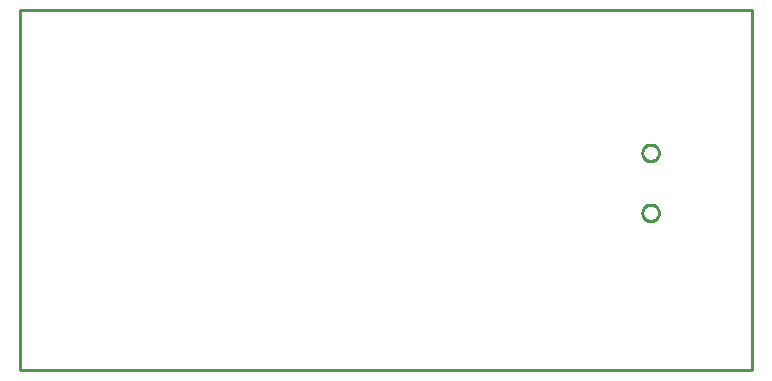
<source format=gbr>
G04 EAGLE Gerber X2 export*
%TF.Part,Single*%
%TF.FileFunction,Profile,NP*%
%TF.FilePolarity,Positive*%
%TF.GenerationSoftware,Autodesk,EAGLE,9.1.0*%
%TF.CreationDate,2018-09-11T12:32:47Z*%
G75*
%MOMM*%
%FSLAX34Y34*%
%LPD*%
%AMOC8*
5,1,8,0,0,1.08239X$1,22.5*%
G01*
%ADD10C,0.254000*%


D10*
X330000Y495000D02*
X950000Y495000D01*
X950000Y800000D01*
X330000Y800000D01*
X330000Y495000D01*
X864344Y635400D02*
X865028Y635333D01*
X865703Y635198D01*
X866361Y634999D01*
X866997Y634736D01*
X867603Y634411D01*
X868175Y634029D01*
X868707Y633593D01*
X869193Y633107D01*
X869629Y632575D01*
X870011Y632003D01*
X870336Y631397D01*
X870599Y630761D01*
X870798Y630103D01*
X870933Y629428D01*
X871000Y628744D01*
X871000Y628056D01*
X870933Y627372D01*
X870798Y626697D01*
X870599Y626039D01*
X870336Y625404D01*
X870011Y624797D01*
X869629Y624225D01*
X869193Y623693D01*
X868707Y623207D01*
X868175Y622771D01*
X867603Y622389D01*
X866997Y622064D01*
X866361Y621801D01*
X865703Y621602D01*
X865028Y621467D01*
X864344Y621400D01*
X863656Y621400D01*
X862972Y621467D01*
X862297Y621602D01*
X861639Y621801D01*
X861004Y622064D01*
X860397Y622389D01*
X859825Y622771D01*
X859293Y623207D01*
X858807Y623693D01*
X858371Y624225D01*
X857989Y624797D01*
X857664Y625404D01*
X857401Y626039D01*
X857202Y626697D01*
X857067Y627372D01*
X857000Y628056D01*
X857000Y628744D01*
X857067Y629428D01*
X857202Y630103D01*
X857401Y630761D01*
X857664Y631397D01*
X857989Y632003D01*
X858371Y632575D01*
X858807Y633107D01*
X859293Y633593D01*
X859825Y634029D01*
X860397Y634411D01*
X861004Y634736D01*
X861639Y634999D01*
X862297Y635198D01*
X862972Y635333D01*
X863656Y635400D01*
X864344Y635400D01*
X864344Y686200D02*
X865028Y686133D01*
X865703Y685998D01*
X866361Y685799D01*
X866997Y685536D01*
X867603Y685211D01*
X868175Y684829D01*
X868707Y684393D01*
X869193Y683907D01*
X869629Y683375D01*
X870011Y682803D01*
X870336Y682197D01*
X870599Y681561D01*
X870798Y680903D01*
X870933Y680228D01*
X871000Y679544D01*
X871000Y678856D01*
X870933Y678172D01*
X870798Y677497D01*
X870599Y676839D01*
X870336Y676204D01*
X870011Y675597D01*
X869629Y675025D01*
X869193Y674493D01*
X868707Y674007D01*
X868175Y673571D01*
X867603Y673189D01*
X866997Y672864D01*
X866361Y672601D01*
X865703Y672402D01*
X865028Y672267D01*
X864344Y672200D01*
X863656Y672200D01*
X862972Y672267D01*
X862297Y672402D01*
X861639Y672601D01*
X861004Y672864D01*
X860397Y673189D01*
X859825Y673571D01*
X859293Y674007D01*
X858807Y674493D01*
X858371Y675025D01*
X857989Y675597D01*
X857664Y676204D01*
X857401Y676839D01*
X857202Y677497D01*
X857067Y678172D01*
X857000Y678856D01*
X857000Y679544D01*
X857067Y680228D01*
X857202Y680903D01*
X857401Y681561D01*
X857664Y682197D01*
X857989Y682803D01*
X858371Y683375D01*
X858807Y683907D01*
X859293Y684393D01*
X859825Y684829D01*
X860397Y685211D01*
X861004Y685536D01*
X861639Y685799D01*
X862297Y685998D01*
X862972Y686133D01*
X863656Y686200D01*
X864344Y686200D01*
M02*

</source>
